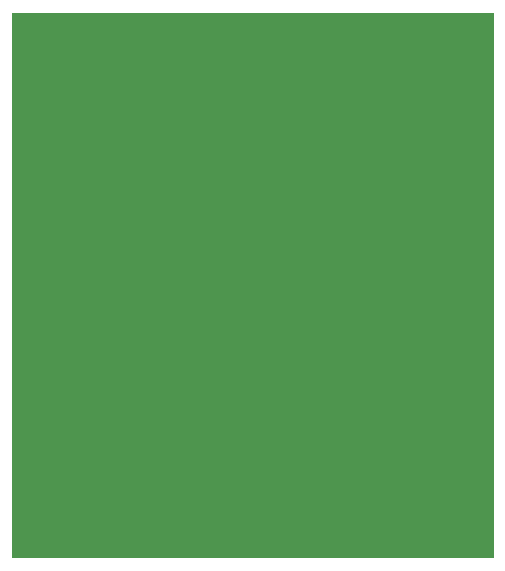
<source format=gbr>
%TF.GenerationSoftware,KiCad,Pcbnew,(7.0.0)*%
%TF.CreationDate,2023-03-30T16:55:44-05:00*%
%TF.ProjectId,Cookie_Mantis,436f6f6b-6965-45f4-9d61-6e7469732e6b,rev?*%
%TF.SameCoordinates,Original*%
%TF.FileFunction,Soldermask,Top*%
%TF.FilePolarity,Negative*%
%FSLAX46Y46*%
G04 Gerber Fmt 4.6, Leading zero omitted, Abs format (unit mm)*
G04 Created by KiCad (PCBNEW (7.0.0)) date 2023-03-30 16:55:44*
%MOMM*%
%LPD*%
G01*
G04 APERTURE LIST*
%ADD10C,0.010000*%
G04 APERTURE END LIST*
D10*
X12610000Y-12470000D02*
X53345000Y-12470000D01*
X53345000Y-12470000D02*
X53345000Y-58530000D01*
X53345000Y-58530000D02*
X12610000Y-58530000D01*
X12610000Y-58530000D02*
X12610000Y-12470000D01*
G36*
X12610000Y-12470000D02*
G01*
X53345000Y-12470000D01*
X53345000Y-58530000D01*
X12610000Y-58530000D01*
X12610000Y-12470000D01*
G37*
M02*

</source>
